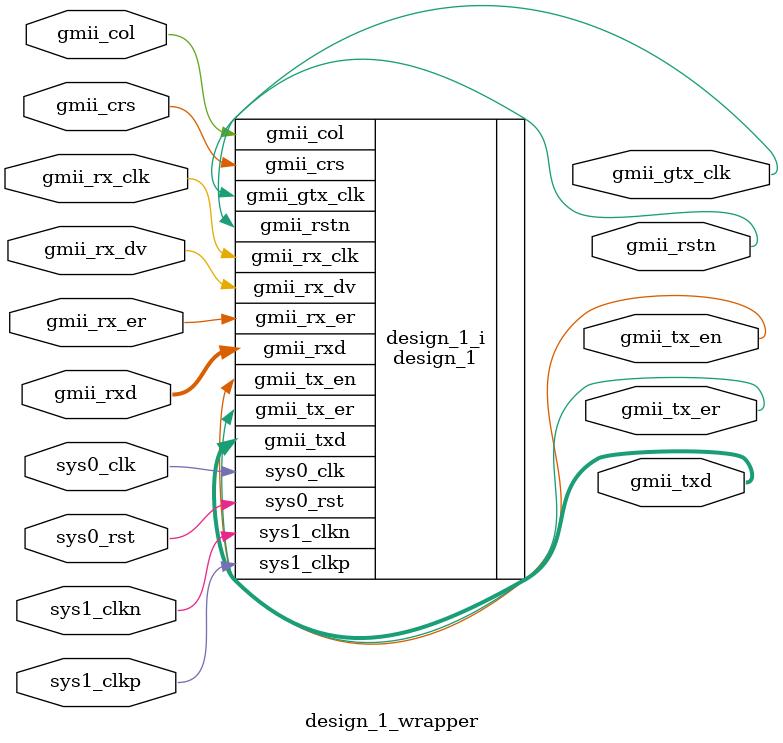
<source format=v>
`timescale 1 ps / 1 ps
module design_1_wrapper
   (gmii_col,
    gmii_crs,
    gmii_gtx_clk,
    gmii_rstn,
    gmii_rx_clk,
    gmii_rx_dv,
    gmii_rx_er,
    gmii_rxd,
    gmii_tx_en,
    gmii_tx_er,
    gmii_txd,
    sys0_clk,
    sys0_rst,
    sys1_clkn,
    sys1_clkp);
  input gmii_col;
  input gmii_crs;
  output gmii_gtx_clk;
  output gmii_rstn;
  input gmii_rx_clk;
  input gmii_rx_dv;
  input gmii_rx_er;
  input [7:0]gmii_rxd;
  output gmii_tx_en;
  output gmii_tx_er;
  output [7:0]gmii_txd;
  input sys0_clk;
  input sys0_rst;
  input sys1_clkn;
  input sys1_clkp;

  wire gmii_col;
  wire gmii_crs;
  wire gmii_gtx_clk;
  wire gmii_rstn;
  wire gmii_rx_clk;
  wire gmii_rx_dv;
  wire gmii_rx_er;
  wire [7:0]gmii_rxd;
  wire gmii_tx_en;
  wire gmii_tx_er;
  wire [7:0]gmii_txd;
  wire sys0_clk;
  wire sys0_rst;
  wire sys1_clkn;
  wire sys1_clkp;

design_1 design_1_i
       (.gmii_col(gmii_col),
        .gmii_crs(gmii_crs),
        .gmii_gtx_clk(gmii_gtx_clk),
        .gmii_rstn(gmii_rstn),
        .gmii_rx_clk(gmii_rx_clk),
        .gmii_rx_dv(gmii_rx_dv),
        .gmii_rx_er(gmii_rx_er),
        .gmii_rxd(gmii_rxd),
        .gmii_tx_en(gmii_tx_en),
        .gmii_tx_er(gmii_tx_er),
        .gmii_txd(gmii_txd),
        .sys0_clk(sys0_clk),
        .sys0_rst(sys0_rst),
        .sys1_clkn(sys1_clkn),
        .sys1_clkp(sys1_clkp));
endmodule

</source>
